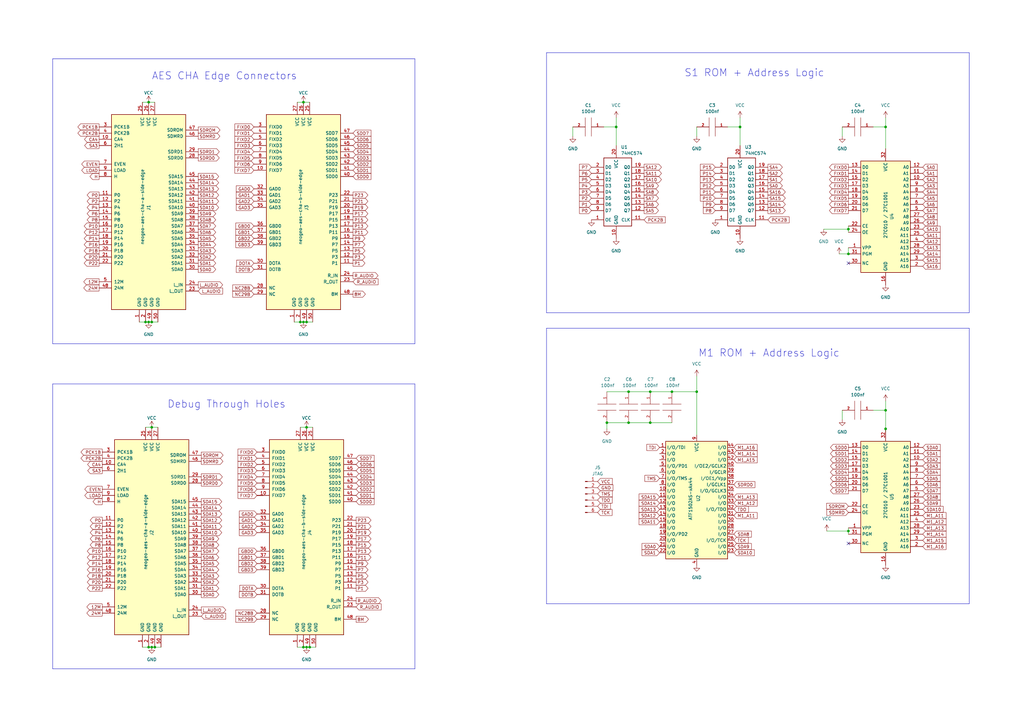
<source format=kicad_sch>
(kicad_sch (version 20230121) (generator eeschema)
  (paper "A3")
  (title_block (title "Neo Gep Diag AES CHA Board (ATF1502AS TQFP)") (date "${REV}") (rev "${REV}"))
  (junction (at 60.96 132.08))
  (junction (at 62.23 175.26))
  (junction (at 124.46 265.43))
  (junction (at 127 265.43))
  (junction (at 62.23 132.08))
  (junction (at 363.22 168.275))
  (junction (at 125.73 132.08))
  (junction (at 123.19 132.08))
  (junction (at 124.46 41.91))
  (junction (at 62.23 265.43))
  (junction (at 363.22 175.895))
  (junction (at 285.75 160.655))
  (junction (at 125.73 265.43))
  (junction (at 257.81 160.655))
  (junction (at 363.22 52.07))
  (junction (at 347.98 104.14))
  (junction (at 63.5 265.43))
  (junction (at 60.96 41.91))
  (junction (at 125.73 175.26))
  (junction (at 59.69 132.08))
  (junction (at 60.96 265.43))
  (junction (at 248.92 173.355))
  (junction (at 252.73 52.07))
  (junction (at 257.81 173.355))
  (junction (at 347.98 93.98))
  (junction (at 303.53 52.07))
  (junction (at 266.7 173.355))
  (junction (at 266.7 160.655))
  (junction (at 124.46 132.08))
  (junction (at 347.98 217.805))
  (junction (at 275.59 160.655))
  (no_connect (at 347.98 107.95))
  (no_connect (at 347.98 222.885))
  (wire (pts (xy 337.82 93.98) (xy 347.98 93.98)))
  (wire (pts (xy 60.96 265.43) (xy 62.23 265.43)))
  (wire (pts (xy 339.09 217.805) (xy 347.98 217.805)))
  (wire (pts (xy 358.14 168.275) (xy 363.22 168.275)))
  (wire (pts (xy 298.45 52.07) (xy 303.53 52.07)))
  (polyline (pts (xy 170.18 274.32) (xy 21.59 274.32)) (stroke (width 0) (type solid)))
  (polyline (pts (xy 224.155 247.65) (xy 397.51 247.65)) (stroke (width 0) (type solid)))
  (wire (pts (xy 344.17 104.14) (xy 347.98 104.14)))
  (wire (pts (xy 121.92 265.43) (xy 124.46 265.43)))
  (wire (pts (xy 58.42 41.91) (xy 60.96 41.91)))
  (wire (pts (xy 58.42 265.43) (xy 60.96 265.43)))
  (wire (pts (xy 63.5 265.43) (xy 66.04 265.43)))
  (wire (pts (xy 124.46 265.43) (xy 125.73 265.43)))
  (wire (pts (xy 363.22 164.465) (xy 363.22 168.275)))
  (wire (pts (xy 127 265.43) (xy 129.54 265.43)))
  (polyline (pts (xy 224.155 134.62) (xy 397.51 134.62)) (stroke (width 0) (type solid)))
  (polyline (pts (xy 21.59 24.13) (xy 170.18 24.13)) (stroke (width 0) (type solid)))
  (wire (pts (xy 266.7 173.355) (xy 275.59 173.355)))
  (wire (pts (xy 60.96 41.91) (xy 63.5 41.91)))
  (polyline (pts (xy 224.155 128.27) (xy 224.155 21.59)) (stroke (width 0) (type solid)))
  (wire (pts (xy 248.92 160.655) (xy 257.81 160.655)))
  (wire (pts (xy 123.19 132.08) (xy 124.46 132.08)))
  (wire (pts (xy 257.81 173.355) (xy 266.7 173.355)))
  (wire (pts (xy 247.65 52.07) (xy 252.73 52.07)))
  (polyline (pts (xy 170.18 24.13) (xy 170.18 140.97)) (stroke (width 0) (type solid)))
  (wire (pts (xy 248.92 173.355) (xy 248.92 175.895)))
  (polyline (pts (xy 21.59 157.48) (xy 170.18 157.48)) (stroke (width 0) (type solid)))
  (wire (pts (xy 347.98 101.6) (xy 347.98 104.14)))
  (wire (pts (xy 345.44 168.275) (xy 345.44 172.085)))
  (wire (pts (xy 358.14 52.07) (xy 363.22 52.07)))
  (wire (pts (xy 120.65 132.08) (xy 123.19 132.08)))
  (wire (pts (xy 248.92 173.355) (xy 257.81 173.355)))
  (wire (pts (xy 345.44 52.07) (xy 345.44 55.88)))
  (wire (pts (xy 62.23 265.43) (xy 63.5 265.43)))
  (wire (pts (xy 347.98 216.535) (xy 347.98 217.805)))
  (wire (pts (xy 347.98 93.98) (xy 347.98 95.25)))
  (wire (pts (xy 257.81 160.655) (xy 266.7 160.655)))
  (wire (pts (xy 285.75 160.655) (xy 285.75 178.435)))
  (wire (pts (xy 266.7 160.655) (xy 275.59 160.655)))
  (wire (pts (xy 363.22 48.26) (xy 363.22 52.07)))
  (polyline (pts (xy 170.18 157.48) (xy 170.18 274.32)) (stroke (width 0) (type solid)))
  (wire (pts (xy 363.22 175.895) (xy 363.22 177.165)))
  (wire (pts (xy 57.15 132.08) (xy 59.69 132.08)))
  (wire (pts (xy 124.46 132.08) (xy 125.73 132.08)))
  (polyline (pts (xy 224.155 21.59) (xy 397.51 21.59)) (stroke (width 0) (type solid)))
  (wire (pts (xy 234.95 52.07) (xy 234.95 55.88)))
  (polyline (pts (xy 397.51 128.27) (xy 397.51 21.59)) (stroke (width 0) (type solid)))
  (wire (pts (xy 285.75 154.305) (xy 285.75 160.655)))
  (wire (pts (xy 363.22 168.275) (xy 363.22 175.895)))
  (polyline (pts (xy 21.59 24.13) (xy 21.59 140.97)) (stroke (width 0) (type solid)))
  (wire (pts (xy 62.23 132.08) (xy 64.77 132.08)))
  (wire (pts (xy 125.73 175.26) (xy 128.27 175.26)))
  (wire (pts (xy 125.73 265.43) (xy 127 265.43)))
  (wire (pts (xy 60.96 132.08) (xy 62.23 132.08)))
  (wire (pts (xy 62.23 175.26) (xy 64.77 175.26)))
  (wire (pts (xy 121.92 41.91) (xy 124.46 41.91)))
  (wire (pts (xy 303.53 52.07) (xy 303.53 59.69)))
  (polyline (pts (xy 397.51 247.65) (xy 397.51 134.62)) (stroke (width 0) (type solid)))
  (polyline (pts (xy 224.155 128.27) (xy 397.51 128.27)) (stroke (width 0) (type solid)))
  (wire (pts (xy 285.75 52.07) (xy 285.75 55.88)))
  (wire (pts (xy 347.98 217.805) (xy 347.98 219.075)))
  (wire (pts (xy 123.19 175.26) (xy 125.73 175.26)))
  (wire (pts (xy 125.73 132.08) (xy 128.27 132.08)))
  (polyline (pts (xy 170.18 140.97) (xy 21.59 140.97)) (stroke (width 0) (type solid)))
  (wire (pts (xy 303.53 48.26) (xy 303.53 52.07)))
  (wire (pts (xy 363.22 52.07) (xy 363.22 60.96)))
  (polyline (pts (xy 224.155 247.65) (xy 224.155 134.62)) (stroke (width 0) (type solid)))
  (wire (pts (xy 59.69 132.08) (xy 60.96 132.08)))
  (polyline (pts (xy 21.59 157.48) (xy 21.59 274.32)) (stroke (width 0) (type solid)))
  (wire (pts (xy 347.98 92.71) (xy 347.98 93.98)))
  (wire (pts (xy 275.59 160.655) (xy 285.75 160.655)))
  (wire (pts (xy 252.73 48.26) (xy 252.73 52.07)))
  (wire (pts (xy 252.73 52.07) (xy 252.73 59.69)))
  (wire (pts (xy 124.46 41.91) (xy 127 41.91)))
  (wire (pts (xy 59.69 175.26) (xy 62.23 175.26)))
  (text "S1 ROM + Address Logic" (at 280.67 31.75 0) (effects (font (size 3 3)) (justify left bottom)))
  (text "M1 ROM + Address Logic" (at 286.385 146.685 0) (effects (font (size 3 3)) (justify left bottom)))
  (text "Debug Through Holes" (at 68.58 167.64 0) (effects (font (size 3 3)) (justify left bottom)))
  (text "AES CHA Edge Connectors" (at 62.23 33.02 0) (effects (font (size 3 3)) (justify left bottom)))
  (global_label "SDRD0" (shape output) (at 82.55 198.12 0) (property "Intersheetrefs" "${INTERSHEET_REFS}" (effects hide)))
  (global_label "TCK" (shape input) (at 245.11 210.185 0) (property "Intersheetrefs" "${INTERSHEET_REFS}" (effects hide)))
  (global_label "PCK2B" (shape input) (at 264.16 90.17 0) (property "Intersheetrefs" "${INTERSHEET_REFS}" (effects hide)))
  (global_label "FIXD4" (shape output) (at 347.98 78.74 180) (property "Intersheetrefs" "${INTERSHEET_REFS}" (effects hide)))
  (global_label "GAD1" (shape input) (at 105.41 213.36 180) (property "Intersheetrefs" "${INTERSHEET_REFS}" (effects hide)))
  (global_label "P5" (shape output) (at 144.78 102.87 0) (property "Intersheetrefs" "${INTERSHEET_REFS}" (effects hide)))
  (global_label "SA13" (shape output) (at 314.96 86.36 0) (property "Intersheetrefs" "${INTERSHEET_REFS}" (effects hide)))
  (global_label "P6" (shape output) (at 40.64 87.63 180) (property "Intersheetrefs" "${INTERSHEET_REFS}" (effects hide)))
  (global_label "P12" (shape output) (at 40.64 95.25 180) (property "Intersheetrefs" "${INTERSHEET_REFS}" (effects hide)))
  (global_label "R_AUDIO" (shape output) (at 144.78 113.03 0) (property "Intersheetrefs" "${INTERSHEET_REFS}" (effects hide)))
  (global_label "SA11" (shape input) (at 378.46 96.52 0) (property "Intersheetrefs" "${INTERSHEET_REFS}" (effects hide)))
  (global_label "DOTB" (shape input) (at 105.41 243.84 180) (property "Intersheetrefs" "${INTERSHEET_REFS}" (effects hide)))
  (global_label "SDD0" (shape input) (at 144.78 72.39 0) (property "Intersheetrefs" "${INTERSHEET_REFS}" (effects hide)))
  (global_label "SDMRD" (shape output) (at 81.28 55.88 0) (property "Intersheetrefs" "${INTERSHEET_REFS}" (effects hide)))
  (global_label "SA1" (shape output) (at 314.96 73.66 0) (property "Intersheetrefs" "${INTERSHEET_REFS}" (effects hide)))
  (global_label "P4" (shape input) (at 242.57 76.2 180) (property "Intersheetrefs" "${INTERSHEET_REFS}" (effects hide)))
  (global_label "VCC" (shape input) (at 245.11 197.485 0) (property "Intersheetrefs" "${INTERSHEET_REFS}" (effects hide)))
  (global_label "GBD3" (shape input) (at 105.41 233.68 180) (property "Intersheetrefs" "${INTERSHEET_REFS}" (effects hide)))
  (global_label "H" (shape output) (at 40.64 72.39 180) (property "Intersheetrefs" "${INTERSHEET_REFS}" (effects hide)))
  (global_label "P20" (shape output) (at 41.91 238.76 180) (property "Intersheetrefs" "${INTERSHEET_REFS}" (effects hide)))
  (global_label "GAD3" (shape input) (at 105.41 218.44 180) (property "Intersheetrefs" "${INTERSHEET_REFS}" (effects hide)))
  (global_label "SA6" (shape output) (at 264.16 83.82 0) (property "Intersheetrefs" "${INTERSHEET_REFS}" (effects hide)))
  (global_label "GBD1" (shape input) (at 105.41 228.6 180) (property "Intersheetrefs" "${INTERSHEET_REFS}" (effects hide)))
  (global_label "SDD3" (shape input) (at 146.05 198.12 0) (property "Intersheetrefs" "${INTERSHEET_REFS}" (effects hide)))
  (global_label "SA14" (shape output) (at 314.96 83.82 0) (property "Intersheetrefs" "${INTERSHEET_REFS}" (effects hide)))
  (global_label "SA11" (shape output) (at 264.16 71.12 0) (property "Intersheetrefs" "${INTERSHEET_REFS}" (effects hide)))
  (global_label "SA2" (shape output) (at 314.96 71.12 0) (property "Intersheetrefs" "${INTERSHEET_REFS}" (effects hide)))
  (global_label "SDA2" (shape output) (at 82.55 238.76 0) (property "Intersheetrefs" "${INTERSHEET_REFS}" (effects hide)))
  (global_label "DOTA" (shape input) (at 104.14 107.95 180) (property "Intersheetrefs" "${INTERSHEET_REFS}" (effects hide)))
  (global_label "P7" (shape input) (at 242.57 68.58 180) (property "Intersheetrefs" "${INTERSHEET_REFS}" (effects hide)))
  (global_label "SDA15" (shape output) (at 82.55 205.74 0) (property "Intersheetrefs" "${INTERSHEET_REFS}" (effects hide)))
  (global_label "SA15" (shape output) (at 314.96 81.28 0) (property "Intersheetrefs" "${INTERSHEET_REFS}" (effects hide)))
  (global_label "GAD0" (shape input) (at 105.41 210.82 180) (property "Intersheetrefs" "${INTERSHEET_REFS}" (effects hide)))
  (global_label "H" (shape output) (at 41.91 205.74 180) (property "Intersheetrefs" "${INTERSHEET_REFS}" (effects hide)))
  (global_label "P23" (shape output) (at 144.78 80.01 0) (property "Intersheetrefs" "${INTERSHEET_REFS}" (effects hide)))
  (global_label "GAD0" (shape input) (at 104.14 77.47 180) (property "Intersheetrefs" "${INTERSHEET_REFS}" (effects hide)))
  (global_label "SDD0" (shape output) (at 347.98 183.515 180) (property "Intersheetrefs" "${INTERSHEET_REFS}" (effects hide)))
  (global_label "GAD3" (shape input) (at 104.14 85.09 180) (property "Intersheetrefs" "${INTERSHEET_REFS}" (effects hide)))
  (global_label "L_AUDIO" (shape input) (at 81.28 119.38 0) (property "Intersheetrefs" "${INTERSHEET_REFS}" (effects hide)))
  (global_label "GAD2" (shape input) (at 104.14 82.55 180) (property "Intersheetrefs" "${INTERSHEET_REFS}" (effects hide)))
  (global_label "SDD6" (shape output) (at 347.98 198.755 180) (property "Intersheetrefs" "${INTERSHEET_REFS}" (effects hide)))
  (global_label "NC29B" (shape input) (at 104.14 120.65 180) (property "Intersheetrefs" "${INTERSHEET_REFS}" (effects hide)))
  (global_label "SDA14" (shape output) (at 81.28 74.93 0) (property "Intersheetrefs" "${INTERSHEET_REFS}" (effects hide)))
  (global_label "FIXD1" (shape output) (at 347.98 71.12 180) (property "Intersheetrefs" "${INTERSHEET_REFS}" (effects hide)))
  (global_label "SA3" (shape output) (at 41.91 193.04 180) (property "Intersheetrefs" "${INTERSHEET_REFS}" (effects hide)))
  (global_label "FIXD7" (shape output) (at 347.98 86.36 180) (property "Intersheetrefs" "${INTERSHEET_REFS}" (effects hide)))
  (global_label "SA3" (shape input) (at 378.46 76.2 0) (property "Intersheetrefs" "${INTERSHEET_REFS}" (effects hide)))
  (global_label "SDD7" (shape input) (at 146.05 187.96 0) (property "Intersheetrefs" "${INTERSHEET_REFS}" (effects hide)))
  (global_label "NC29B" (shape input) (at 105.41 254 180) (property "Intersheetrefs" "${INTERSHEET_REFS}" (effects hide)))
  (global_label "M1_A12" (shape input) (at 378.46 213.995 0) (property "Intersheetrefs" "${INTERSHEET_REFS}" (effects hide)))
  (global_label "P12" (shape output) (at 41.91 228.6 180) (property "Intersheetrefs" "${INTERSHEET_REFS}" (effects hide)))
  (global_label "SDA11" (shape output) (at 81.28 82.55 0) (property "Intersheetrefs" "${INTERSHEET_REFS}" (effects hide)))
  (global_label "DOTA" (shape input) (at 105.41 241.3 180) (property "Intersheetrefs" "${INTERSHEET_REFS}" (effects hide)))
  (global_label "FIXD5" (shape input) (at 104.14 64.77 180) (property "Intersheetrefs" "${INTERSHEET_REFS}" (effects hide)))
  (global_label "SDA11" (shape output) (at 82.55 215.9 0) (property "Intersheetrefs" "${INTERSHEET_REFS}" (effects hide)))
  (global_label "SDA0" (shape output) (at 82.55 243.84 0) (property "Intersheetrefs" "${INTERSHEET_REFS}" (effects hide)))
  (global_label "L_AUDIO" (shape input) (at 82.55 252.73 0) (property "Intersheetrefs" "${INTERSHEET_REFS}" (effects hide)))
  (global_label "GBD1" (shape input) (at 104.14 95.25 180) (property "Intersheetrefs" "${INTERSHEET_REFS}" (effects hide)))
  (global_label "SDA9" (shape output) (at 82.55 220.98 0) (property "Intersheetrefs" "${INTERSHEET_REFS}" (effects hide)))
  (global_label "P9" (shape output) (at 146.05 231.14 0) (property "Intersheetrefs" "${INTERSHEET_REFS}" (effects hide)))
  (global_label "P1" (shape output) (at 146.05 241.3 0) (property "Intersheetrefs" "${INTERSHEET_REFS}" (effects hide)))
  (global_label "P8" (shape output) (at 41.91 223.52 180) (property "Intersheetrefs" "${INTERSHEET_REFS}" (effects hide)))
  (global_label "EVEN" (shape output) (at 41.91 200.66 180) (property "Intersheetrefs" "${INTERSHEET_REFS}" (effects hide)))
  (global_label "P13" (shape output) (at 144.78 92.71 0) (property "Intersheetrefs" "${INTERSHEET_REFS}" (effects hide)))
  (global_label "SDA10" (shape output) (at 81.28 85.09 0) (property "Intersheetrefs" "${INTERSHEET_REFS}" (effects hide)))
  (global_label "PCK1B" (shape output) (at 40.64 52.07 180) (property "Intersheetrefs" "${INTERSHEET_REFS}" (effects hide)))
  (global_label "SDA9" (shape input) (at 300.99 224.155 0) (property "Intersheetrefs" "${INTERSHEET_REFS}" (effects hide)))
  (global_label "M1_A11" (shape input) (at 300.99 211.455 0) (property "Intersheetrefs" "${INTERSHEET_REFS}" (effects hide)))
  (global_label "FIXD6" (shape input) (at 104.14 67.31 180) (property "Intersheetrefs" "${INTERSHEET_REFS}" (effects hide)))
  (global_label "P7" (shape output) (at 144.78 100.33 0) (property "Intersheetrefs" "${INTERSHEET_REFS}" (effects hide)))
  (global_label "P17" (shape output) (at 144.78 87.63 0) (property "Intersheetrefs" "${INTERSHEET_REFS}" (effects hide)))
  (global_label "P18" (shape output) (at 41.91 236.22 180) (property "Intersheetrefs" "${INTERSHEET_REFS}" (effects hide)))
  (global_label "P10" (shape output) (at 41.91 226.06 180) (property "Intersheetrefs" "${INTERSHEET_REFS}" (effects hide)))
  (global_label "SA13" (shape input) (at 378.46 101.6 0) (property "Intersheetrefs" "${INTERSHEET_REFS}" (effects hide)))
  (global_label "SA4" (shape output) (at 314.96 68.58 0) (property "Intersheetrefs" "${INTERSHEET_REFS}" (effects hide)))
  (global_label "GAD1" (shape input) (at 104.14 80.01 180) (property "Intersheetrefs" "${INTERSHEET_REFS}" (effects hide)))
  (global_label "P18" (shape output) (at 40.64 102.87 180) (property "Intersheetrefs" "${INTERSHEET_REFS}" (effects hide)))
  (global_label "SDD2" (shape input) (at 146.05 200.66 0) (property "Intersheetrefs" "${INTERSHEET_REFS}" (effects hide)))
  (global_label "TCK" (shape input) (at 300.99 221.615 0) (property "Intersheetrefs" "${INTERSHEET_REFS}" (effects hide)))
  (global_label "SDRD1" (shape output) (at 82.55 195.58 0) (property "Intersheetrefs" "${INTERSHEET_REFS}" (effects hide)))
  (global_label "12M" (shape output) (at 41.91 248.92 180) (property "Intersheetrefs" "${INTERSHEET_REFS}" (effects hide)))
  (global_label "SA2" (shape input) (at 378.46 73.66 0) (property "Intersheetrefs" "${INTERSHEET_REFS}" (effects hide)))
  (global_label "SDA8" (shape output) (at 81.28 90.17 0) (property "Intersheetrefs" "${INTERSHEET_REFS}" (effects hide)))
  (global_label "P12" (shape input) (at 293.37 76.2 180) (property "Intersheetrefs" "${INTERSHEET_REFS}" (effects hide)))
  (global_label "LOAD" (shape output) (at 40.64 69.85 180) (property "Intersheetrefs" "${INTERSHEET_REFS}" (effects hide)))
  (global_label "P8" (shape output) (at 40.64 90.17 180) (property "Intersheetrefs" "${INTERSHEET_REFS}" (effects hide)))
  (global_label "FIXD4" (shape input) (at 105.41 195.58 180) (property "Intersheetrefs" "${INTERSHEET_REFS}" (effects hide)))
  (global_label "GBD3" (shape input) (at 104.14 100.33 180) (property "Intersheetrefs" "${INTERSHEET_REFS}" (effects hide)))
  (global_label "SDD7" (shape output) (at 347.98 201.295 180) (property "Intersheetrefs" "${INTERSHEET_REFS}" (effects hide)))
  (global_label "SDA14" (shape input) (at 270.51 206.375 180) (property "Intersheetrefs" "${INTERSHEET_REFS}" (effects hide)))
  (global_label "SDD1" (shape output) (at 347.98 186.055 180) (property "Intersheetrefs" "${INTERSHEET_REFS}" (effects hide)))
  (global_label "TDI" (shape input) (at 270.51 183.515 180) (property "Intersheetrefs" "${INTERSHEET_REFS}" (effects hide)))
  (global_label "SDMRD" (shape output) (at 82.55 189.23 0) (property "Intersheetrefs" "${INTERSHEET_REFS}" (effects hide)))
  (global_label "P3" (shape input) (at 242.57 78.74 180) (property "Intersheetrefs" "${INTERSHEET_REFS}" (effects hide)))
  (global_label "SDD0" (shape input) (at 146.05 205.74 0) (property "Intersheetrefs" "${INTERSHEET_REFS}" (effects hide)))
  (global_label "SDA10" (shape input) (at 300.99 226.695 0) (property "Intersheetrefs" "${INTERSHEET_REFS}" (effects hide)))
  (global_label "SDA0" (shape output) (at 81.28 110.49 0) (property "Intersheetrefs" "${INTERSHEET_REFS}" (effects hide)))
  (global_label "SDD6" (shape input) (at 146.05 190.5 0) (property "Intersheetrefs" "${INTERSHEET_REFS}" (effects hide)))
  (global_label "SA16" (shape output) (at 314.96 78.74 0) (property "Intersheetrefs" "${INTERSHEET_REFS}" (effects hide)))
  (global_label "FIXD4" (shape input) (at 104.14 62.23 180) (property "Intersheetrefs" "${INTERSHEET_REFS}" (effects hide)))
  (global_label "SDD1" (shape input) (at 144.78 69.85 0) (property "Intersheetrefs" "${INTERSHEET_REFS}" (effects hide)))
  (global_label "SDA15" (shape input) (at 270.51 203.835 180) (property "Intersheetrefs" "${INTERSHEET_REFS}" (effects hide)))
  (global_label "SDA14" (shape output) (at 82.55 208.28 0) (property "Intersheetrefs" "${INTERSHEET_REFS}" (effects hide)))
  (global_label "SDA6" (shape output) (at 81.28 95.25 0) (property "Intersheetrefs" "${INTERSHEET_REFS}" (effects hide)))
  (global_label "NC28B" (shape input) (at 104.14 118.11 180) (property "Intersheetrefs" "${INTERSHEET_REFS}" (effects hide)))
  (global_label "P11" (shape output) (at 146.05 228.6 0) (property "Intersheetrefs" "${INTERSHEET_REFS}" (effects hide)))
  (global_label "SDA5" (shape output) (at 81.28 97.79 0) (property "Intersheetrefs" "${INTERSHEET_REFS}" (effects hide)))
  (global_label "FIXD2" (shape output) (at 347.98 73.66 180) (property "Intersheetrefs" "${INTERSHEET_REFS}" (effects hide)))
  (global_label "SDA2" (shape input) (at 378.46 188.595 0) (property "Intersheetrefs" "${INTERSHEET_REFS}" (effects hide)))
  (global_label "SDD3" (shape input) (at 144.78 64.77 0) (property "Intersheetrefs" "${INTERSHEET_REFS}" (effects hide)))
  (global_label "SDA10" (shape output) (at 82.55 218.44 0) (property "Intersheetrefs" "${INTERSHEET_REFS}" (effects hide)))
  (global_label "FIXD5" (shape output) (at 347.98 81.28 180) (property "Intersheetrefs" "${INTERSHEET_REFS}" (effects hide)))
  (global_label "SDA9" (shape output) (at 81.28 87.63 0) (property "Intersheetrefs" "${INTERSHEET_REFS}" (effects hide)))
  (global_label "SDD5" (shape input) (at 144.78 59.69 0) (property "Intersheetrefs" "${INTERSHEET_REFS}" (effects hide)))
  (global_label "SA10" (shape input) (at 378.46 93.98 0) (property "Intersheetrefs" "${INTERSHEET_REFS}" (effects hide)))
  (global_label "SDA3" (shape input) (at 378.46 191.135 0) (property "Intersheetrefs" "${INTERSHEET_REFS}" (effects hide)))
  (global_label "SA15" (shape input) (at 378.46 106.68 0) (property "Intersheetrefs" "${INTERSHEET_REFS}" (effects hide)))
  (global_label "SA9" (shape output) (at 264.16 76.2 0) (property "Intersheetrefs" "${INTERSHEET_REFS}" (effects hide)))
  (global_label "SA9" (shape input) (at 378.46 91.44 0) (property "Intersheetrefs" "${INTERSHEET_REFS}" (effects hide)))
  (global_label "SDA3" (shape output) (at 82.55 236.22 0) (property "Intersheetrefs" "${INTERSHEET_REFS}" (effects hide)))
  (global_label "P3" (shape output) (at 144.78 105.41 0) (property "Intersheetrefs" "${INTERSHEET_REFS}" (effects hide)))
  (global_label "SDD1" (shape input) (at 146.05 203.2 0) (property "Intersheetrefs" "${INTERSHEET_REFS}" (effects hide)))
  (global_label "P22" (shape output) (at 41.91 241.3 180) (property "Intersheetrefs" "${INTERSHEET_REFS}" (effects hide)))
  (global_label "TMS" (shape input) (at 245.11 202.565 0) (property "Intersheetrefs" "${INTERSHEET_REFS}" (effects hide)))
  (global_label "P2" (shape output) (at 40.64 82.55 180) (property "Intersheetrefs" "${INTERSHEET_REFS}" (effects hide)))
  (global_label "TDO" (shape input) (at 300.99 208.915 0) (property "Intersheetrefs" "${INTERSHEET_REFS}" (effects hide)))
  (global_label "FIXD3" (shape input) (at 104.14 59.69 180) (property "Intersheetrefs" "${INTERSHEET_REFS}" (effects hide)))
  (global_label "P14" (shape input) (at 293.37 71.12 180) (property "Intersheetrefs" "${INTERSHEET_REFS}" (effects hide)))
  (global_label "24M" (shape output) (at 41.91 251.46 180) (property "Intersheetrefs" "${INTERSHEET_REFS}" (effects hide)))
  (global_label "M1_A13" (shape input) (at 378.46 216.535 0) (property "Intersheetrefs" "${INTERSHEET_REFS}" (effects hide)))
  (global_label "SA5" (shape input) (at 378.46 81.28 0) (property "Intersheetrefs" "${INTERSHEET_REFS}" (effects hide)))
  (global_label "R_AUDIO" (shape input) (at 144.78 115.57 0) (property "Intersheetrefs" "${INTERSHEET_REFS}" (effects hide)))
  (global_label "SA8" (shape output) (at 264.16 78.74 0) (property "Intersheetrefs" "${INTERSHEET_REFS}" (effects hide)))
  (global_label "P4" (shape output) (at 41.91 218.44 180) (property "Intersheetrefs" "${INTERSHEET_REFS}" (effects hide)))
  (global_label "SA4" (shape input) (at 378.46 78.74 0) (property "Intersheetrefs" "${INTERSHEET_REFS}" (effects hide)))
  (global_label "SDA1" (shape input) (at 378.46 186.055 0) (property "Intersheetrefs" "${INTERSHEET_REFS}" (effects hide)))
  (global_label "FIXD1" (shape input) (at 105.41 187.96 180) (property "Intersheetrefs" "${INTERSHEET_REFS}" (effects hide)))
  (global_label "SDA7" (shape input) (at 378.46 201.295 0) (property "Intersheetrefs" "${INTERSHEET_REFS}" (effects hide)))
  (global_label "PCK1B" (shape output) (at 41.91 185.42 180) (property "Intersheetrefs" "${INTERSHEET_REFS}" (effects hide)))
  (global_label "P19" (shape output) (at 144.78 85.09 0) (property "Intersheetrefs" "${INTERSHEET_REFS}" (effects hide)))
  (global_label "P13" (shape input) (at 293.37 73.66 180) (property "Intersheetrefs" "${INTERSHEET_REFS}" (effects hide)))
  (global_label "SA6" (shape input) (at 378.46 83.82 0) (property "Intersheetrefs" "${INTERSHEET_REFS}" (effects hide)))
  (global_label "SDA6" (shape output) (at 82.55 228.6 0) (property "Intersheetrefs" "${INTERSHEET_REFS}" (effects hide)))
  (global_label "SA10" (shape output) (at 264.16 73.66 0) (property "Intersheetrefs" "${INTERSHEET_REFS}" (effects hide)))
  (global_label "PCK2B" (shape output) (at 41.91 187.96 180) (property "Intersheetrefs" "${INTERSHEET_REFS}" (effects hide)))
  (global_label "SDA0" (shape input) (at 270.51 224.155 180) (property "Intersheetrefs" "${INTERSHEET_REFS}" (effects hide)))
  (global_label "FIXD5" (shape input) (at 105.41 198.12 180) (property "Intersheetrefs" "${INTERSHEET_REFS}" (effects hide)))
  (global_label "P16" (shape output) (at 41.91 233.68 180) (property "Intersheetrefs" "${INTERSHEET_REFS}" (effects hide)))
  (global_label "SDRD1" (shape output) (at 81.28 62.23 0) (property "Intersheetrefs" "${INTERSHEET_REFS}" (effects hide)))
  (global_label "M1_A11" (shape input) (at 378.46 211.455 0) (property "Intersheetrefs" "${INTERSHEET_REFS}" (effects hide)))
  (global_label "SDROM" (shape output) (at 82.55 186.69 0) (property "Intersheetrefs" "${INTERSHEET_REFS}" (effects hide)))
  (global_label "24M" (shape output) (at 40.64 118.11 180) (property "Intersheetrefs" "${INTERSHEET_REFS}" (effects hide)))
  (global_label "M1_A16" (shape input) (at 300.99 183.515 0) (property "Intersheetrefs" "${INTERSHEET_REFS}" (effects hide)))
  (global_label "SDA2" (shape output) (at 81.28 105.41 0) (property "Intersheetrefs" "${INTERSHEET_REFS}" (effects hide)))
  (global_label "SDMRD" (shape input) (at 347.98 210.185 180) (property "Intersheetrefs" "${INTERSHEET_REFS}" (effects hide)))
  (global_label "SDA5" (shape input) (at 378.46 196.215 0) (property "Intersheetrefs" "${INTERSHEET_REFS}" (effects hide)))
  (global_label "P22" (shape output) (at 40.64 107.95 180) (property "Intersheetrefs" "${INTERSHEET_REFS}" (effects hide)))
  (global_label "NC28B" (shape input) (at 105.41 251.46 180) (property "Intersheetrefs" "${INTERSHEET_REFS}" (effects hide)))
  (global_label "FIXD7" (shape input) (at 104.14 69.85 180) (property "Intersheetrefs" "${INTERSHEET_REFS}" (effects hide)))
  (global_label "SA7" (shape input) (at 378.46 86.36 0) (property "Intersheetrefs" "${INTERSHEET_REFS}" (effects hide)))
  (global_label "GBD2" (shape input) (at 105.41 231.14 180) (property "Intersheetrefs" "${INTERSHEET_REFS}" (effects hide)))
  (global_label "SA1" (shape input) (at 378.46 71.12 0) (property "Intersheetrefs" "${INTERSHEET_REFS}" (effects hide)))
  (global_label "SDA8" (shape output) (at 82.55 223.52 0) (property "Intersheetrefs" "${INTERSHEET_REFS}" (effects hide)))
  (global_label "P16" (shape output) (at 40.64 100.33 180) (property "Intersheetrefs" "${INTERSHEET_REFS}" (effects hide)))
  (global_label "SDA10" (shape input) (at 378.46 208.915 0) (property "Intersheetrefs" "${INTERSHEET_REFS}" (effects hide)))
  (global_label "SDA12" (shape output) (at 82.55 213.36 0) (property "Intersheetrefs" "${INTERSHEET_REFS}" (effects hide)))
  (global_label "SDA9" (shape input) (at 378.46 206.375 0) (property "Intersheetrefs" "${INTERSHEET_REFS}" (effects hide)))
  (global_label "P17" (shape output) (at 146.05 220.98 0) (property "Intersheetrefs" "${INTERSHEET_REFS}" (effects hide)))
  (global_label "SDA4" (shape output) (at 82.55 233.68 0) (property "Intersheetrefs" "${INTERSHEET_REFS}" (effects hide)))
  (global_label "GND" (shape input) (at 245.11 200.025 0) (property "Intersheetrefs" "${INTERSHEET_REFS}" (effects hide)))
  (global_label "SDA0" (shape input) (at 378.46 183.515 0) (property "Intersheetrefs" "${INTERSHEET_REFS}" (effects hide)))
  (global_label "P6" (shape output) (at 41.91 220.98 180) (property "Intersheetrefs" "${INTERSHEET_REFS}" (effects hide)))
  (global_label "SDA4" (shape input) (at 378.46 193.675 0) (property "Intersheetrefs" "${INTERSHEET_REFS}" (effects hide)))
  (global_label "P21" (shape output) (at 146.05 215.9 0) (property "Intersheetrefs" "${INTERSHEET_REFS}" (effects hide)))
  (global_label "M1_A13" (shape input) (at 300.99 203.835 0) (property "Intersheetrefs" "${INTERSHEET_REFS}" (effects hide)))
  (global_label "P13" (shape output) (at 146.05 226.06 0) (property "Intersheetrefs" "${INTERSHEET_REFS}" (effects hide)))
  (global_label "SDA7" (shape output) (at 81.28 92.71 0) (property "Intersheetrefs" "${INTERSHEET_REFS}" (effects hide)))
  (global_label "M1_A14" (shape input) (at 300.99 186.055 0) (property "Intersheetrefs" "${INTERSHEET_REFS}" (effects hide)))
  (global_label "SDROM" (shape output) (at 81.28 53.34 0) (property "Intersheetrefs" "${INTERSHEET_REFS}" (effects hide)))
  (global_label "SA12" (shape output) (at 264.16 68.58 0) (property "Intersheetrefs" "${INTERSHEET_REFS}" (effects hide)))
  (global_label "SDA4" (shape output) (at 81.28 100.33 0) (property "Intersheetrefs" "${INTERSHEET_REFS}" (effects hide)))
  (global_label "SDA1" (shape input) (at 270.51 226.695 180) (property "Intersheetrefs" "${INTERSHEET_REFS}" (effects hide)))
  (global_label "SDD5" (shape output) (at 347.98 196.215 180) (property "Intersheetrefs" "${INTERSHEET_REFS}" (effects hide)))
  (global_label "P14" (shape output) (at 40.64 97.79 180) (property "Intersheetrefs" "${INTERSHEET_REFS}" (effects hide)))
  (global_label "P3" (shape output) (at 146.05 238.76 0) (property "Intersheetrefs" "${INTERSHEET_REFS}" (effects hide)))
  (global_label "DOTB" (shape input) (at 104.14 110.49 180) (property "Intersheetrefs" "${INTERSHEET_REFS}" (effects hide)))
  (global_label "SDRD0" (shape output) (at 81.28 64.77 0) (property "Intersheetrefs" "${INTERSHEET_REFS}" (effects hide)))
  (global_label "P2" (shape output) (at 41.91 215.9 180) (property "Intersheetrefs" "${INTERSHEET_REFS}" (effects hide)))
  (global_label "P11" (shape input) (at 293.37 78.74 180) (property "Intersheetrefs" "${INTERSHEET_REFS}" (effects hide)))
  (global_label "M1_A12" (shape input) (at 300.99 206.375 0) (property "Intersheetrefs" "${INTERSHEET_REFS}" (effects hide)))
  (global_label "SA0" (shape output) (at 314.96 76.2 0) (property "Intersheetrefs" "${INTERSHEET_REFS}" (effects hide)))
  (global_label "SDA1" (shape output) (at 82.55 241.3 0) (property "Intersheetrefs" "${INTERSHEET_REFS}" (effects hide)))
  (global_label "SA5" (shape output) (at 264.16 86.36 0) (property "Intersheetrefs" "${INTERSHEET_REFS}" (effects hide)))
  (global_label "P21" (shape output) (at 144.78 82.55 0) (property "Intersheetrefs" "${INTERSHEET_REFS}" (effects hide)))
  (global_label "L_AUDIO" (shape output) (at 81.28 116.84 0) (property "Intersheetrefs" "${INTERSHEET_REFS}" (effects hide)))
  (global_label "GBD0" (shape input) (at 104.14 92.71 180) (property "Intersheetrefs" "${INTERSHEET_REFS}" (effects hide)))
  (global_label "FIXD2" (shape input) (at 104.14 57.15 180) (property "Intersheetrefs" "${INTERSHEET_REFS}" (effects hide)))
  (global_label "P9" (shape input) (at 293.37 83.82 180) (property "Intersheetrefs" "${INTERSHEET_REFS}" (effects hide)))
  (global_label "SDD2" (shape output) (at 347.98 188.595 180) (property "Intersheetrefs" "${INTERSHEET_REFS}" (effects hide)))
  (global_label "P0" (shape input) (at 242.57 86.36 180) (property "Intersheetrefs" "${INTERSHEET_REFS}" (effects hide)))
  (global_label "FIXD6" (shape input) (at 105.41 200.66 180) (property "Intersheetrefs" "${INTERSHEET_REFS}" (effects hide)))
  (global_label "SDA6" (shape input) (at 378.46 198.755 0) (property "Intersheetrefs" "${INTERSHEET_REFS}" (effects hide)))
  (global_label "P15" (shape output) (at 146.05 223.52 0) (property "Intersheetrefs" "${INTERSHEET_REFS}" (effects hide)))
  (global_label "P10" (shape input) (at 293.37 81.28 180) (property "Intersheetrefs" "${INTERSHEET_REFS}" (effects hide)))
  (global_label "P11" (shape output) (at 144.78 95.25 0) (property "Intersheetrefs" "${INTERSHEET_REFS}" (effects hide)))
  (global_label "FIXD0" (shape input) (at 104.14 52.07 180) (property "Intersheetrefs" "${INTERSHEET_REFS}" (effects hide)))
  (global_label "SA3" (shape output) (at 40.64 59.69 180) (property "Intersheetrefs" "${INTERSHEET_REFS}" (effects hide)))
  (global_label "FIXD6" (shape output) (at 347.98 83.82 180) (property "Intersheetrefs" "${INTERSHEET_REFS}" (effects hide)))
  (global_label "12M" (shape output) (at 40.64 115.57 180) (property "Intersheetrefs" "${INTERSHEET_REFS}" (effects hide)))
  (global_label "P8" (shape input) (at 293.37 86.36 180) (property "Intersheetrefs" "${INTERSHEET_REFS}" (effects hide)))
  (global_label "SDA13" (shape input) (at 270.51 208.915 180) (property "Intersheetrefs" "${INTERSHEET_REFS}" (effects hide)))
  (global_label "SDD4" (shape input) (at 144.78 62.23 0) (property "Intersheetrefs" "${INTERSHEET_REFS}" (effects hide)))
  (global_label "P23" (shape output) (at 146.05 213.36 0) (property "Intersheetrefs" "${INTERSHEET_REFS}" (effects hide)))
  (global_label "R_AUDIO" (shape output) (at 146.05 246.38 0) (property "Intersheetrefs" "${INTERSHEET_REFS}" (effects hide)))
  (global_label "FIXD7" (shape input) (at 105.41 203.2 180) (property "Intersheetrefs" "${INTERSHEET_REFS}" (effects hide)))
  (global_label "P9" (shape output) (at 144.78 97.79 0) (property "Intersheetrefs" "${INTERSHEET_REFS}" (effects hide)))
  (global_label "GBD0" (shape input) (at 105.41 226.06 180) (property "Intersheetrefs" "${INTERSHEET_REFS}" (effects hide)))
  (global_label "SDA8" (shape input) (at 378.46 203.835 0) (property "Intersheetrefs" "${INTERSHEET_REFS}" (effects hide)))
  (global_label "P14" (shape output) (at 41.91 231.14 180) (property "Intersheetrefs" "${INTERSHEET_REFS}" (effects hide)))
  (global_label "FIXD3" (shape input) (at 105.41 193.04 180) (property "Intersheetrefs" "${INTERSHEET_REFS}" (effects hide)))
  (global_label "M1_A14" (shape input) (at 378.46 219.075 0) (property "Intersheetrefs" "${INTERSHEET_REFS}" (effects hide)))
  (global_label "SDD4" (shape output) (at 347.98 193.675 180) (property "Intersheetrefs" "${INTERSHEET_REFS}" (effects hide)))
  (global_label "SDA3" (shape output) (at 81.28 102.87 0) (property "Intersheetrefs" "${INTERSHEET_REFS}" (effects hide)))
  (global_label "EVEN" (shape output) (at 40.64 67.31 180) (property "Intersheetrefs" "${INTERSHEET_REFS}" (effects hide)))
  (global_label "P7" (shape output) (at 146.05 233.68 0) (property "Intersheetrefs" "${INTERSHEET_REFS}" (effects hide)))
  (global_label "SDA15" (shape output) (at 81.28 72.39 0) (property "Intersheetrefs" "${INTERSHEET_REFS}" (effects hide)))
  (global_label "P6" (shape input) (at 242.57 71.12 180) (property "Intersheetrefs" "${INTERSHEET_REFS}" (effects hide)))
  (global_label "SDA12" (shape input) (at 270.51 211.455 180) (property "Intersheetrefs" "${INTERSHEET_REFS}" (effects hide)))
  (global_label "P20" (shape output) (at 40.64 105.41 180) (property "Intersheetrefs" "${INTERSHEET_REFS}" (effects hide)))
  (global_label "SDD6" (shape input) (at 144.78 57.15 0) (property "Intersheetrefs" "${INTERSHEET_REFS}" (effects hide)))
  (global_label "CA4" (shape output) (at 41.91 190.5 180) (property "Intersheetrefs" "${INTERSHEET_REFS}" (effects hide)))
  (global_label "CA4" (shape output) (at 40.64 57.15 180) (property "Intersheetrefs" "${INTERSHEET_REFS}" (effects hide)))
  (global_label "TDO" (shape input) (at 245.11 205.105 0) (property "Intersheetrefs" "${INTERSHEET_REFS}" (effects hide)))
  (global_label "SA14" (shape input) (at 378.46 104.14 0) (property "Intersheetrefs" "${INTERSHEET_REFS}" (effects hide)))
  (global_label "P1" (shape output) (at 144.78 107.95 0) (property "Intersheetrefs" "${INTERSHEET_REFS}" (effects hide)))
  (global_label "8M" (shape output) (at 146.05 254 0) (property "Intersheetrefs" "${INTERSHEET_REFS}" (effects hide)))
  (global_label "TDI" (shape input) (at 245.11 207.645 0) (property "Intersheetrefs" "${INTERSHEET_REFS}" (effects hide)))
  (global_label "SDD3" (shape output) (at 347.98 191.135 180) (property "Intersheetrefs" "${INTERSHEET_REFS}" (effects hide)))
  (global_label "FIXD0" (shape input) (at 105.41 185.42 180) (property "Intersheetrefs" "${INTERSHEET_REFS}" (effects hide)))
  (global_label "L_AUDIO" (shape output) (at 82.55 250.19 0) (property "Intersheetrefs" "${INTERSHEET_REFS}" (effects hide)))
  (global_label "FIXD1" (shape input) (at 104.14 54.61 180) (property "Intersheetrefs" "${INTERSHEET_REFS}" (effects hide)))
  (global_label "8M" (shape output) (at 144.78 120.65 0) (property "Intersheetrefs" "${INTERSHEET_REFS}" (effects hide)))
  (global_label "SDA11" (shape input) (at 270.51 213.995 180) (property "Intersheetrefs" "${INTERSHEET_REFS}" (effects hide)))
  (global_label "SA8" (shape input) (at 378.46 88.9 0) (property "Intersheetrefs" "${INTERSHEET_REFS}" (effects hide)))
  (global_label "P1" (shape input) (at 242.57 83.82 180) (property "Intersheetrefs" "${INTERSHEET_REFS}" (effects hide)))
  (global_label "M1_A16" (shape input) (at 378.46 224.155 0) (property "Intersheetrefs" "${INTERSHEET_REFS}" (effects hide)))
  (global_label "LOAD" (shape output) (at 41.91 203.2 180) (property "Intersheetrefs" "${INTERSHEET_REFS}" (effects hide)))
  (global_label "M1_A15" (shape input) (at 378.46 221.615 0) (property "Intersheetrefs" "${INTERSHEET_REFS}" (effects hide)))
  (global_label "SDA7" (shape output) (at 82.55 226.06 0) (property "Intersheetrefs" "${INTERSHEET_REFS}" (effects hide)))
  (global_label "P15" (shape input) (at 293.37 68.58 180) (property "Intersheetrefs" "${INTERSHEET_REFS}" (effects hide)))
  (global_label "SDD5" (shape input) (at 146.05 193.04 0) (property "Intersheetrefs" "${INTERSHEET_REFS}" (effects hide)))
  (global_label "FIXD3" (shape output) (at 347.98 76.2 180) (property "Intersheetrefs" "${INTERSHEET_REFS}" (effects hide)))
  (global_label "P5" (shape input) (at 242.57 73.66 180) (property "Intersheetrefs" "${INTERSHEET_REFS}" (effects hide)))
  (global_label "SDA8" (shape input) (at 300.99 219.075 0) (property "Intersheetrefs" "${INTERSHEET_REFS}" (effects hide)))
  (global_label "PCK2B" (shape output) (at 40.64 54.61 180) (property "Intersheetrefs" "${INTERSHEET_REFS}" (effects hide)))
  (global_label "P10" (shape output) (at 40.64 92.71 180) (property "Intersheetrefs" "${INTERSHEET_REFS}" (effects hide)))
  (global_label "GBD2" (shape input) (at 104.14 97.79 180) (property "Intersheetrefs" "${INTERSHEET_REFS}" (effects hide)))
  (global_label "P0" (shape output) (at 41.91 213.36 180) (property "Intersheetrefs" "${INTERSHEET_REFS}" (effects hide)))
  (global_label "SDROM" (shape input) (at 347.98 207.645 180) (property "Intersheetrefs" "${INTERSHEET_REFS}" (effects hide)))
  (global_label "P19" (shape output) (at 146.05 218.44 0) (property "Intersheetrefs" "${INTERSHEET_REFS}" (effects hide)))
  (global_label "SDA12" (shape output) (at 81.28 80.01 0) (property "Intersheetrefs" "${INTERSHEET_REFS}" (effects hide)))
  (global_label "SDA5" (shape output) (at 82.55 231.14 0) (property "Intersheetrefs" "${INTERSHEET_REFS}" (effects hide)))
  (global_label "SA0" (shape input) (at 378.46 68.58 0) (property "Intersheetrefs" "${INTERSHEET_REFS}" (effects hide)))
  (global_label "SA12" (shape input) (at 378.46 99.06 0) (property "Intersheetrefs" "${INTERSHEET_REFS}" (effects hide)))
  (global_label "SDD2" (shape input) (at 144.78 67.31 0) (property "Intersheetrefs" "${INTERSHEET_REFS}" (effects hide)))
  (global_label "P15" (shape output) (at 144.78 90.17 0) (property "Intersheetrefs" "${INTERSHEET_REFS}" (effects hide)))
  (global_label "P4" (shape output) (at 40.64 85.09 180) (property "Intersheetrefs" "${INTERSHEET_REFS}" (effects hide)))
  (global_label "SDA13" (shape output) (at 81.28 77.47 0) (property "Intersheetrefs" "${INTERSHEET_REFS}" (effects hide)))
  (global_label "PCK2B" (shape input) (at 314.96 90.17 0) (property "Intersheetrefs" "${INTERSHEET_REFS}" (effects hide)))
  (global_label "TMS" (shape input) (at 270.51 196.215 180) (property "Intersheetrefs" "${INTERSHEET_REFS}" (effects hide)))
  (global_label "SA16" (shape input) (at 378.46 109.22 0) (property "Intersheetrefs" "${INTERSHEET_REFS}" (effects hide)))
  (global_label "SDA1" (shape output) (at 81.28 107.95 0) (property "Intersheetrefs" "${INTERSHEET_REFS}" (effects hide)))
  (global_label "SDD4" (shape input) (at 146.05 195.58 0) (property "Intersheetrefs" "${INTERSHEET_REFS}" (effects hide)))
  (global_label "SDD7" (shape input) (at 144.78 54.61 0) (property "Intersheetrefs" "${INTERSHEET_REFS}" (effects hide)))
  (global_label "SDRD0" (shape input) (at 300.99 198.755 0) (property "Intersheetrefs" "${INTERSHEET_REFS}" (effects hide)))
  (global_label "P0" (shape output) (at 40.64 80.01 180) (property "Intersheetrefs" "${INTERSHEET_REFS}" (effects hide)))
  (global_label "P5" (shape output) (at 146.05 236.22 0) (property "Intersheetrefs" "${INTERSHEET_REFS}" (effects hide)))
  (global_label "R_AUDIO" (shape input) (at 146.05 248.92 0) (property "Intersheetrefs" "${INTERSHEET_REFS}" (effects hide)))
  (global_label "SA7" (shape output) (at 264.16 81.28 0) (property "Intersheetrefs" "${INTERSHEET_REFS}" (effects hide)))
  (global_label "SDA13" (shape output) (at 82.55 210.82 0) (property "Intersheetrefs" "${INTERSHEET_REFS}" (effects hide)))
  (global_label "P2" (shape input) (at 242.57 81.28 180) (property "Intersheetrefs" "${INTERSHEET_REFS}" (effects hide)))
  (global_label "FIXD2" (shape input) (at 105.41 190.5 180) (property "Intersheetrefs" "${INTERSHEET_REFS}" (effects hide)))
  (global_label "FIXD0" (shape output) (at 347.98 68.58 180) (property "Intersheetrefs" "${INTERSHEET_REFS}" (effects hide)))
  (global_label "GAD2" (shape input) (at 105.41 215.9 180) (property "Intersheetrefs" "${INTERSHEET_REFS}" (effects hide)))
  (global_label "M1_A15" (shape input) (at 300.99 188.595 0) (property "Intersheetrefs" "${INTERSHEET_REFS}" (effects hide)))
  (symbol (lib_id "neogeo-diag:74x574") (at 303.53 78.74 0) (unit 1)
    (property "Reference" "U3" (at 305.4859 60.325 0) (effects (justify left)))
    (property "Value" "74HC574" (at 305.4859 62.865 0) (effects (justify left)))
    (property "Footprint" "Package_SO:SO-20_5.3x12.6mm_P1.27mm" (effects hide))
    (property "Datasheet" "https://www.ti.com/lit/ds/symlink/sn74hc574.pdf" (effects hide))
  )
  (symbol (lib_id "pspice:CAP") (at 248.92 167.005 0) (mirror y) (unit 1)
    (property "Reference" "C2" (at 247.65 155.575 0) (effects (justify right)))
    (property "Value" "100nf" (at 246.38 158.115 0) (effects (justify right)))
    (property "Footprint" "Capacitor_SMD:C_0805_2012Metric" (effects hide))
  )
  (symbol (lib_id "power:GND") (at 345.44 172.085 0) (unit 1)
    (property "Reference" "#PWR016" (effects hide))
    (property "Value" "GND" (at 345.44 177.165 0))
  )
  (symbol (lib_id "Connector:Conn_01x06_Pin") (at 240.03 202.565 0) (unit 1)
    (property "Reference" "J5" (at 245.11 191.77 0))
    (property "Value" "JTAG" (at 245.11 194.31 0))
    (property "Footprint" "Connector_PinHeader_2.54mm:PinHeader_1x06_P2.54mm_Vertical" (effects hide))
  )
  (symbol (lib_id "power:GND") (at 125.73 265.43 0) (unit 1)
    (property "Reference" "#PWR028" (effects hide))
    (property "Value" "GND" (at 125.73 270.51 0))
  )
  (symbol (lib_id "power:GND") (at 293.37 90.17 0) (unit 1)
    (property "Reference" "#PWR07" (effects hide))
    (property "Value" "GND" (at 293.37 95.25 0))
  )
  (symbol (lib_id "pspice:CAP") (at 266.7 167.005 0) (mirror y) (unit 1)
    (property "Reference" "C7" (at 265.43 155.575 0) (effects (justify right)))
    (property "Value" "100nf" (at 264.16 158.115 0) (effects (justify right)))
    (property "Footprint" "Capacitor_SMD:C_0805_2012Metric" (effects hide))
  )
  (symbol (lib_id "power:VCC") (at 125.73 175.26 0) (unit 1)
    (property "Reference" "#PWR027" (effects hide))
    (property "Value" "VCC" (at 125.73 171.45 0))
  )
  (symbol (lib_id "neogeo-diag:27C010") (at 363.22 203.835 0) (unit 1)
    (property "Reference" "U5" (at 365.76 205.105 90) (effects (justify left)))
    (property "Value" "27C010 / 27C1001" (at 363.22 212.725 90) (effects (justify left)))
    (property "Footprint" "Package_DIP:DIP-32_W15.24mm_Socket_LongPads" (effects hide))
  )
  (symbol (lib_id "CPLD_Microchip:ATF1502AS-xAx44") (at 285.75 203.835 0) (unit 1)
    (property "Reference" "U2" (at 286.385 205.74 90) (effects (justify left)))
    (property "Value" "ATF1502AS-xAx44" (at 283.21 213.36 90) (effects (justify left)))
    (property "Footprint" "Package_QFP:TQFP-44_10x10mm_P0.8mm" (effects hide))
    (property "Datasheet" "http://ww1.microchip.com/downloads/en/DeviceDoc/Atmel-0995-CPLD-ATF1502AS(L)-Datasheet.pdf" (effects hide))
  )
  (symbol (lib_id "power:VCC") (at 124.46 41.91 0) (unit 1)
    (property "Reference" "#PWR025" (effects hide))
    (property "Value" "VCC" (at 124.46 38.1 0))
  )
  (symbol (lib_id "power:VCC") (at 62.23 175.26 0) (unit 1)
    (property "Reference" "#PWR023" (effects hide))
    (property "Value" "VCC" (at 62.23 171.45 0))
  )
  (symbol (lib_id "power:GND") (at 242.57 90.17 0) (unit 1)
    (property "Reference" "#PWR02" (effects hide))
    (property "Value" "GND" (at 242.57 95.25 0))
  )
  (symbol (lib_id "power:VCC") (at 339.09 217.805 0) (mirror y) (unit 1)
    (property "Reference" "#PWR013" (effects hide))
    (property "Value" "VCC" (at 339.09 212.725 0))
  )
  (symbol (lib_id "neogeo-diag:74x574") (at 252.73 78.74 0) (unit 1)
    (property "Reference" "U1" (at 254.6859 60.325 0) (effects (justify left)))
    (property "Value" "74HC574" (at 254.6859 62.865 0) (effects (justify left)))
    (property "Footprint" "Package_SO:SO-20_5.3x12.6mm_P1.27mm" (effects hide))
    (property "Datasheet" "https://www.ti.com/lit/ds/symlink/sn74hc574.pdf" (effects hide))
  )
  (symbol (lib_id "neoge-diag:neogeo-aes-cha-b-side-edge") (at 124.46 85.09 0) (unit 1)
    (property "Reference" "J3" (at 125.73 86.36 90) (effects (justify left)))
    (property "Value" "neogeo-aes-cha-b-side-edge" (at 123.19 100.33 90) (effects (justify left)))
    (property "Footprint" "neogeo-diag:neogeo-aes-b-side-edge" (effects hide))
  )
  (symbol (lib_id "power:GND") (at 363.22 231.775 0) (unit 1)
    (property "Reference" "#PWR020" (effects hide))
    (property "Value" "GND" (at 363.22 236.855 0))
  )
  (symbol (lib_id "power:VCC") (at 285.75 154.305 0) (mirror y) (unit 1)
    (property "Reference" "#PWR08" (effects hide))
    (property "Value" "VCC" (at 285.75 149.225 0))
  )
  (symbol (lib_id "pspice:CAP") (at 351.79 168.275 270) (mirror x) (unit 1)
    (property "Reference" "C5" (at 351.79 159.385 90))
    (property "Value" "100nf" (at 351.79 161.925 90))
    (property "Footprint" "Capacitor_SMD:C_0805_2012Metric" (effects hide))
  )
  (symbol (lib_id "power:VCC") (at 252.73 48.26 0) (mirror y) (unit 1)
    (property "Reference" "#PWR03" (effects hide))
    (property "Value" "VCC" (at 252.73 43.18 0))
  )
  (symbol (lib_id "power:VCC") (at 363.22 164.465 0) (mirror y) (unit 1)
    (property "Reference" "#PWR019" (effects hide))
    (property "Value" "VCC" (at 363.22 159.385 0))
  )
  (symbol (lib_id "power:GND") (at 345.44 55.88 0) (unit 1)
    (property "Reference" "#PWR015" (effects hide))
    (property "Value" "GND" (at 345.44 60.96 0))
  )
  (symbol (lib_id "power:VCC") (at 363.22 48.26 0) (mirror y) (unit 1)
    (property "Reference" "#PWR017" (effects hide))
    (property "Value" "VCC" (at 363.22 43.18 0))
  )
  (symbol (lib_id "power:GND") (at 60.96 132.08 0) (unit 1)
    (property "Reference" "#PWR022" (effects hide))
    (property "Value" "GND" (at 60.96 137.16 0))
  )
  (symbol (lib_id "pspice:CAP") (at 241.3 52.07 270) (mirror x) (unit 1)
    (property "Reference" "C1" (at 241.3 43.18 90))
    (property "Value" "100nf" (at 241.3 45.72 90))
    (property "Footprint" "Capacitor_SMD:C_0805_2012Metric" (effects hide))
  )
  (symbol (lib_id "power:VCC") (at 344.17 104.14 0) (mirror y) (unit 1)
    (property "Reference" "#PWR014" (effects hide))
    (property "Value" "VCC" (at 344.17 99.06 0))
  )
  (symbol (lib_id "pspice:CAP") (at 257.81 167.005 0) (mirror y) (unit 1)
    (property "Reference" "C6" (at 256.54 155.575 0) (effects (justify right)))
    (property "Value" "100nf" (at 255.27 158.115 0) (effects (justify right)))
    (property "Footprint" "Capacitor_SMD:C_0805_2012Metric" (effects hide))
  )
  (symbol (lib_id "power:GND") (at 252.73 97.79 0) (unit 1)
    (property "Reference" "#PWR04" (effects hide))
    (property "Value" "GND" (at 252.73 102.87 0))
  )
  (symbol (lib_id "pspice:CAP") (at 351.79 52.07 270) (mirror x) (unit 1)
    (property "Reference" "C4" (at 351.79 43.18 90))
    (property "Value" "100nf" (at 351.79 45.72 90))
    (property "Footprint" "Capacitor_SMD:C_0805_2012Metric" (effects hide))
  )
  (symbol (lib_id "power:GND") (at 363.22 116.84 0) (unit 1)
    (property "Reference" "#PWR018" (effects hide))
    (property "Value" "GND" (at 363.22 121.92 0))
  )
  (symbol (lib_id "pspice:CAP") (at 292.1 52.07 270) (mirror x) (unit 1)
    (property "Reference" "C3" (at 292.1 43.18 90))
    (property "Value" "100nf" (at 292.1 45.72 90))
    (property "Footprint" "Capacitor_SMD:C_0805_2012Metric" (effects hide))
  )
  (symbol (lib_id "power:GND") (at 248.92 175.895 0) (unit 1)
    (property "Reference" "#PWR05" (effects hide))
    (property "Value" "GND" (at 248.92 180.975 0))
  )
  (symbol (lib_id "power:GND") (at 234.95 55.88 0) (unit 1)
    (property "Reference" "#PWR01" (effects hide))
    (property "Value" "GND" (at 234.95 60.96 0))
  )
  (symbol (lib_id "power:GND") (at 285.75 231.775 0) (unit 1)
    (property "Reference" "#PWR09" (effects hide))
    (property "Value" "GND" (at 285.75 236.855 0))
  )
  (symbol (lib_id "power:GND") (at 124.46 132.08 0) (unit 1)
    (property "Reference" "#PWR026" (effects hide))
    (property "Value" "GND" (at 124.46 137.16 0))
  )
  (symbol (lib_id "power:GND") (at 62.23 265.43 0) (unit 1)
    (property "Reference" "#PWR024" (effects hide))
    (property "Value" "GND" (at 62.23 270.51 0))
  )
  (symbol (lib_id "power:GND") (at 303.53 97.79 0) (unit 1)
    (property "Reference" "#PWR011" (effects hide))
    (property "Value" "GND" (at 303.53 102.87 0))
  )
  (symbol (lib_id "power:GND") (at 285.75 55.88 0) (unit 1)
    (property "Reference" "#PWR06" (effects hide))
    (property "Value" "GND" (at 285.75 60.96 0))
  )
  (symbol (lib_id "neoge-diag:neogeo-aes-cha-b-side-edge") (at 125.73 218.44 0) (unit 1)
    (property "Reference" "J4" (at 127 219.71 90) (effects (justify left)))
    (property "Value" "neogeo-aes-cha-b-side-edge" (at 124.46 233.68 90) (effects (justify left)))
    (property "Footprint" "neogeo-diag:neogeo-aes-edge-test-points" (effects hide))
  )
  (symbol (lib_id "pspice:CAP") (at 275.59 167.005 0) (mirror y) (unit 1)
    (property "Reference" "C8" (at 274.32 155.575 0) (effects (justify right)))
    (property "Value" "100nf" (at 273.05 158.115 0) (effects (justify right)))
    (property "Footprint" "Capacitor_SMD:C_0805_2012Metric" (effects hide))
  )
  (symbol (lib_id "neoge-diag:neogeo-aes-cha-a-side-edge") (at 60.96 85.09 0) (unit 1)
    (property "Reference" "J1" (at 60.96 86.36 90) (effects (justify left)))
    (property "Value" "neogeo-aes-cha-a-side-edge" (at 58.42 100.33 90) (effects (justify left)))
    (property "Footprint" "neogeo-diag:neogeo-aes-a-side-edge" (effects hide))
  )
  (symbol (lib_id "power:VCC") (at 303.53 48.26 0) (mirror y) (unit 1)
    (property "Reference" "#PWR010" (effects hide))
    (property "Value" "VCC" (at 303.53 43.18 0))
  )
  (symbol (lib_id "power:GND") (at 337.82 93.98 0) (unit 1)
    (property "Reference" "#PWR012" (effects hide))
    (property "Value" "GND" (at 337.82 99.06 0))
  )
  (symbol (lib_id "power:VCC") (at 60.96 41.91 0) (unit 1)
    (property "Reference" "#PWR021" (effects hide))
    (property "Value" "VCC" (at 60.96 38.1 0))
  )
  (symbol (lib_id "neoge-diag:neogeo-aes-cha-a-side-edge") (at 62.23 218.44 0) (unit 1)
    (property "Reference" "J2" (at 62.23 219.71 90) (effects (justify left)))
    (property "Value" "neogeo-aes-cha-a-side-edge" (at 59.69 233.68 90) (effects (justify left)))
    (property "Footprint" "neogeo-diag:neogeo-aes-edge-test-points" (effects hide))
  )
  (symbol (lib_id "neogeo-diag:27C010") (at 363.22 88.9 0) (unit 1)
    (property "Reference" "U4" (at 365.76 90.17 90) (effects (justify left)))
    (property "Value" "27C010 / 27C1001" (at 363.22 97.79 90) (effects (justify left)))
    (property "Footprint" "Package_DIP:DIP-32_W15.24mm_Socket_LongPads" (effects hide))
  )
)
</source>
